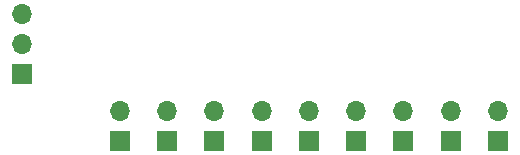
<source format=gbs>
%TF.GenerationSoftware,KiCad,Pcbnew,(6.0.2)*%
%TF.CreationDate,2022-02-22T17:34:29+01:00*%
%TF.ProjectId,temp_hotspot_detector,74656d70-5f68-46f7-9473-706f745f6465,rev?*%
%TF.SameCoordinates,Original*%
%TF.FileFunction,Soldermask,Bot*%
%TF.FilePolarity,Negative*%
%FSLAX46Y46*%
G04 Gerber Fmt 4.6, Leading zero omitted, Abs format (unit mm)*
G04 Created by KiCad (PCBNEW (6.0.2)) date 2022-02-22 17:34:29*
%MOMM*%
%LPD*%
G01*
G04 APERTURE LIST*
%ADD10R,1.700000X1.700000*%
%ADD11O,1.700000X1.700000*%
G04 APERTURE END LIST*
D10*
X48000000Y-65000000D03*
D11*
X48000000Y-62460000D03*
D10*
X64000000Y-65000000D03*
D11*
X64000000Y-62460000D03*
D10*
X44000000Y-65000000D03*
D11*
X44000000Y-62460000D03*
D10*
X56000000Y-65000000D03*
D11*
X56000000Y-62460000D03*
D10*
X35750000Y-59275000D03*
D11*
X35750000Y-56735000D03*
X35750000Y-54195000D03*
D10*
X72000000Y-65000000D03*
D11*
X72000000Y-62460000D03*
D10*
X68000000Y-65000000D03*
D11*
X68000000Y-62460000D03*
D10*
X60000000Y-65000000D03*
D11*
X60000000Y-62460000D03*
D10*
X76000000Y-65000000D03*
D11*
X76000000Y-62460000D03*
D10*
X52000000Y-65000000D03*
D11*
X52000000Y-62460000D03*
M02*

</source>
